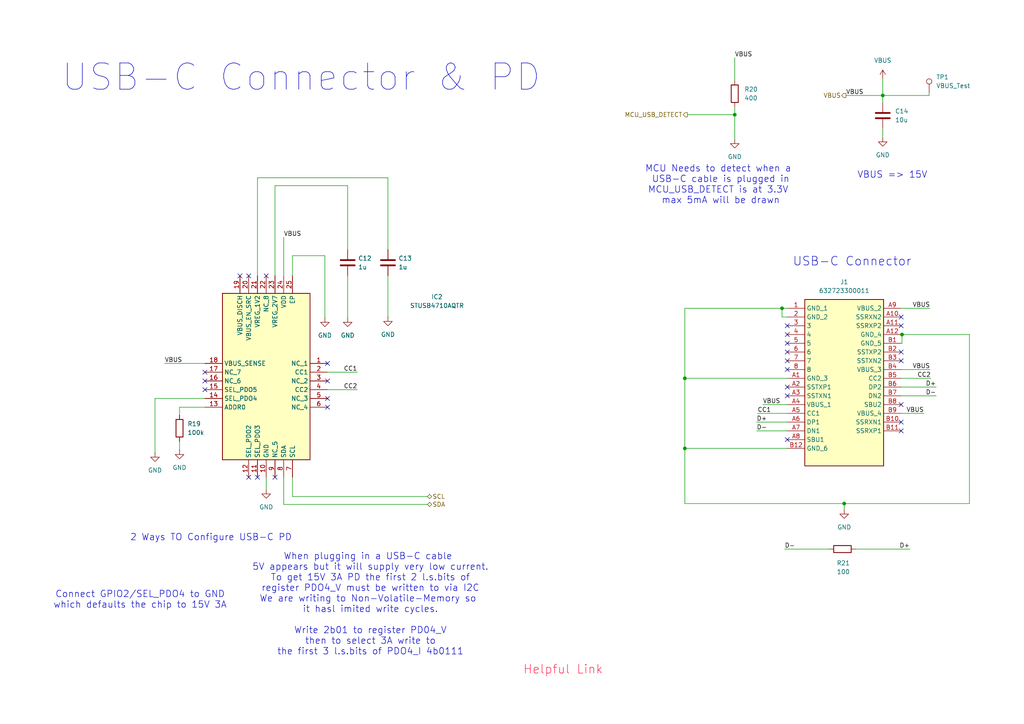
<source format=kicad_sch>
(kicad_sch (version 20231120) (generator "eeschema") (generator_version "8.0")
  (paper "A4")
  (lib_symbols
    (symbol "Connector:TestPoint" (pin_numbers hide) (pin_names (offset 0.762) hide)
      (property "Reference" "TP" (at 0 6.858 0))
      (property "Value" "TestPoint" (at 0 5.08 0))
      (symbol "TestPoint_0_1"
        (circle (center 0 3.302) (radius 0.762))
      )
      (symbol "TestPoint_1_1"
        (pin passive line (at 0 0 90) (length 2.54) (name "1") (number "1"))
      )
    )
    (symbol "Device:C" (pin_numbers hide) (pin_names (offset 0.254))
      (property "Reference" "C" (at 0.635 2.54 0))
      (property "Value" "C" (at 0.635 -2.54 0))
      (symbol "C_0_1"
        (polyline (pts (xy -2.032 -0.762) (xy 2.032 -0.762)) (stroke (width 0.508)))
        (polyline (pts (xy -2.032 0.762) (xy 2.032 0.762)) (stroke (width 0.508)))
      )
      (symbol "C_1_1"
        (pin passive line (at 0 3.81 270) (length 2.794) (name "~") (number "1"))
        (pin passive line (at 0 -3.81 90) (length 2.794) (name "~") (number "2"))
      )
    )
    (symbol "Device:R" (pin_numbers hide) (pin_names (offset 0))
      (property "Reference" "R" (at 2.032 0 90))
      (property "Value" "R" (at 0 0 90))
      (symbol "R_0_1"
        (rectangle (start -1.016 -2.54) (end 1.016 2.54) (stroke (width 0.254)))
      )
      (symbol "R_1_1"
        (pin passive line (at 0 3.81 270) (length 1.27) (name "~") (number "1"))
        (pin passive line (at 0 -3.81 90) (length 1.27) (name "~") (number "2"))
      )
    )
    (symbol "STUSB4710AQTR:STUSB4710AQTR"
      (property "Reference" "IC" (at 31.75 25.4 0))
      (property "Value" "STUSB4710AQTR" (at 31.75 22.86 0))
      (symbol "STUSB4710AQTR_1_1"
        (rectangle (start 5.08 20.32) (end 30.48 -27.94) (stroke (width 0.254)) (fill (type background)))
        (pin passive line (at 0 0 0) (length 5.08) (name "NC_1") (number "1"))
        (pin passive line (at 17.78 -33.02 90) (length 5.08) (name "GND") (number "10"))
        (pin passive line (at 20.32 -33.02 90) (length 5.08) (name "SEL_PDO3") (number "11"))
        (pin passive line (at 22.86 -33.02 90) (length 5.08) (name "SEL_PDO2") (number "12"))
        (pin passive line (at 35.56 -12.7 180) (length 5.08) (name "ADDR0") (number "13"))
        (pin passive line (at 35.56 -10.16 180) (length 5.08) (name "SEL_PDO4") (number "14"))
        (pin passive line (at 35.56 -7.62 180) (length 5.08) (name "SEL_PDO5") (number "15"))
        (pin passive line (at 35.56 -5.08 180) (length 5.08) (name "NC_6") (number "16"))
        (pin passive line (at 35.56 -2.54 180) (length 5.08) (name "NC_7") (number "17"))
        (pin passive line (at 35.56 0 180) (length 5.08) (name "VBUS_SENSE") (number "18"))
        (pin passive line (at 25.4 25.4 270) (length 5.08) (name "VBUS_DISCH") (number "19"))
        (pin passive line (at 0 -2.54 0) (length 5.08) (name "CC1") (number "2"))
        (pin passive line (at 22.86 25.4 270) (length 5.08) (name "VBUS_EN_SRC") (number "20"))
        (pin passive line (at 20.32 25.4 270) (length 5.08) (name "VREG_1V2") (number "21"))
        (pin passive line (at 17.78 25.4 270) (length 5.08) (name "NC_8") (number "22"))
        (pin passive line (at 15.24 25.4 270) (length 5.08) (name "VREG_2V7") (number "23"))
        (pin passive line (at 12.7 25.4 270) (length 5.08) (name "VDD") (number "24"))
        (pin passive line (at 10.16 25.4 270) (length 5.08) (name "EP") (number "25"))
        (pin passive line (at 0 -5.08 0) (length 5.08) (name "NC_2") (number "3"))
        (pin passive line (at 0 -7.62 0) (length 5.08) (name "CC2") (number "4"))
        (pin passive line (at 0 -10.16 0) (length 5.08) (name "NC_3") (number "5"))
        (pin passive line (at 0 -12.7 0) (length 5.08) (name "NC_4") (number "6"))
        (pin passive line (at 10.16 -33.02 90) (length 5.08) (name "SCL") (number "7"))
        (pin passive line (at 12.7 -33.02 90) (length 5.08) (name "SDA") (number "8"))
        (pin passive line (at 15.24 -33.02 90) (length 5.08) (name "NC_5") (number "9"))
      )
    )
    (symbol "USB-C Connector 632723300011:632723300011"
      (property "Reference" "J" (at 29.21 7.62 0))
      (property "Value" "632723300011" (at 29.21 5.08 0))
      (symbol "632723300011_1_1"
        (rectangle (start 5.08 2.54) (end 27.94 -45.72) (stroke (width 0.254)) (fill (type background)))
        (pin passive line (at 0 0 0) (length 5.08) (name "GND_1") (number "1"))
        (pin passive line (at 0 -2.54 0) (length 5.08) (name "GND_2") (number "2"))
        (pin passive line (at 0 -5.08 0) (length 5.08) (name "3") (number "3"))
        (pin passive line (at 0 -7.62 0) (length 5.08) (name "4") (number "4"))
        (pin passive line (at 0 -10.16 0) (length 5.08) (name "5") (number "5"))
        (pin passive line (at 0 -12.7 0) (length 5.08) (name "6") (number "6"))
        (pin passive line (at 0 -15.24 0) (length 5.08) (name "7") (number "7"))
        (pin passive line (at 0 -17.78 0) (length 5.08) (name "8") (number "8"))
        (pin passive line (at 0 -20.32 0) (length 5.08) (name "GND_3") (number "A1"))
        (pin passive line (at 33.02 -2.54 180) (length 5.08) (name "SSRXN2") (number "A10"))
        (pin passive line (at 33.02 -5.08 180) (length 5.08) (name "SSRXP2") (number "A11"))
        (pin passive line (at 33.02 -7.62 180) (length 5.08) (name "GND_4") (number "A12"))
        (pin passive line (at 0 -22.86 0) (length 5.08) (name "SSTXP1") (number "A2"))
        (pin passive line (at 0 -25.4 0) (length 5.08) (name "SSTXN1") (number "A3"))
        (pin passive line (at 0 -27.94 0) (length 5.08) (name "VBUS_1") (number "A4"))
        (pin passive line (at 0 -30.48 0) (length 5.08) (name "CC1") (number "A5"))
        (pin passive line (at 0 -33.02 0) (length 5.08) (name "DP1") (number "A6"))
        (pin passive line (at 0 -35.56 0) (length 5.08) (name "DN1") (number "A7"))
        (pin passive line (at 0 -38.1 0) (length 5.08) (name "SBU1") (number "A8"))
        (pin passive line (at 33.02 0 180) (length 5.08) (name "VBUS_2") (number "A9"))
        (pin passive line (at 33.02 -10.16 180) (length 5.08) (name "GND_5") (number "B1"))
        (pin passive line (at 33.02 -33.02 180) (length 5.08) (name "SSRXN1") (number "B10"))
        (pin passive line (at 33.02 -35.56 180) (length 5.08) (name "SSRXP1") (number "B11"))
        (pin passive line (at 0 -40.64 0) (length 5.08) (name "GND_6") (number "B12"))
        (pin passive line (at 33.02 -12.7 180) (length 5.08) (name "SSTXP2") (number "B2"))
        (pin passive line (at 33.02 -15.24 180) (length 5.08) (name "SSTXN2") (number "B3"))
        (pin passive line (at 33.02 -17.78 180) (length 5.08) (name "VBUS_3") (number "B4"))
        (pin passive line (at 33.02 -20.32 180) (length 5.08) (name "CC2") (number "B5"))
        (pin passive line (at 33.02 -22.86 180) (length 5.08) (name "DP2") (number "B6"))
        (pin passive line (at 33.02 -25.4 180) (length 5.08) (name "DN2") (number "B7"))
        (pin passive line (at 33.02 -27.94 180) (length 5.08) (name "SBU2") (number "B8"))
        (pin passive line (at 33.02 -30.48 180) (length 5.08) (name "VBUS_4") (number "B9"))
      )
    )
    (symbol "power:GND" (power) (pin_numbers hide) (pin_names (offset 0) hide)
      (property "Value" "GND" (at 0 -3.81 0))
      (symbol "GND_0_1"
        (polyline (pts (xy 0 0) (xy 0 -1.27) (xy 1.27 -1.27) (xy 0 -2.54) (xy -1.27 -1.27) (xy 0 -1.27)))
      )
      (symbol "GND_1_1"
        (pin power_in line (at 0 0 270) (length 0) (name "~") (number "1"))
      )
    )
    (symbol "power:VPP" (power) (pin_numbers hide) (pin_names (offset 0) hide)
      (property "Value" "VPP" (at 0 3.556 0))
      (symbol "VPP_0_1"
        (polyline (pts (xy -0.762 1.27) (xy 0 2.54)))
        (polyline (pts (xy 0 0) (xy 0 2.54)))
        (polyline (pts (xy 0 2.54) (xy 0.762 1.27)))
      )
      (symbol "VPP_1_1"
        (pin power_in line (at 0 0 90) (length 0) (name "~") (number "1"))
      )
    )
  )
  (junction (at 244.856 146.05))
  (junction (at 198.628 109.728))
  (junction (at 256.032 27.686))
  (junction (at 261.62 97.028))
  (junction (at 226.822 89.408))
  (junction (at 198.628 130.048))
  (junction (at 213.106 33.274))
  (no_connect (at 228.346 102.108))
  (no_connect (at 228.346 107.188))
  (no_connect (at 228.346 99.568))
  (no_connect (at 228.346 104.648))
  (no_connect (at 72.136 80.01))
  (no_connect (at 261.366 91.948))
  (no_connect (at 74.676 138.43))
  (no_connect (at 59.436 107.95))
  (no_connect (at 261.366 117.348))
  (no_connect (at 261.366 94.488))
  (no_connect (at 94.996 118.11))
  (no_connect (at 228.346 112.268))
  (no_connect (at 228.346 97.028))
  (no_connect (at 94.996 110.49))
  (no_connect (at 228.346 114.808))
  (no_connect (at 72.136 138.43))
  (no_connect (at 94.996 115.57))
  (no_connect (at 261.366 102.108))
  (no_connect (at 59.436 110.49))
  (no_connect (at 261.366 104.648))
  (no_connect (at 69.596 80.01))
  (no_connect (at 228.346 127.508))
  (no_connect (at 59.436 113.03))
  (no_connect (at 261.366 122.428))
  (no_connect (at 79.756 138.43))
  (no_connect (at 94.996 105.41))
  (no_connect (at 228.346 94.488))
  (no_connect (at 261.366 124.968))
  (no_connect (at 77.216 80.01))
  (wire (pts (xy 213.106 33.274) (xy 213.106 40.386)))
  (wire (pts (xy 227.584 159.258) (xy 240.538 159.258)))
  (wire (pts (xy 84.836 144.018) (xy 123.952 144.018)))
  (wire (pts (xy 261.366 112.268) (xy 271.526 112.268)))
  (wire (pts (xy 261.366 114.808) (xy 271.526 114.808)))
  (wire (pts (xy 219.456 122.428) (xy 228.346 122.428)))
  (wire (pts (xy 261.62 97.028) (xy 281.178 97.028)))
  (wire (pts (xy 59.436 118.11) (xy 52.07 118.11)))
  (wire (pts (xy 213.106 16.764) (xy 213.106 23.368)))
  (wire (pts (xy 256.032 29.718) (xy 256.032 27.686)))
  (wire (pts (xy 52.07 128.016) (xy 52.07 130.556)))
  (wire (pts (xy 77.216 138.43) (xy 77.216 141.986)))
  (wire (pts (xy 44.958 115.57) (xy 59.436 115.57)))
  (wire (pts (xy 82.296 68.834) (xy 82.296 80.01)))
  (wire (pts (xy 198.628 109.728) (xy 198.628 130.048)))
  (wire (pts (xy 82.296 138.43) (xy 82.296 146.304)))
  (wire (pts (xy 281.178 146.05) (xy 281.178 97.028)))
  (wire (pts (xy 100.838 53.848) (xy 100.838 72.39)))
  (wire (pts (xy 79.756 53.848) (xy 100.838 53.848)))
  (wire (pts (xy 74.676 80.01) (xy 74.676 51.562)))
  (wire (pts (xy 256.032 22.86) (xy 256.032 27.686)))
  (wire (pts (xy 112.522 80.01) (xy 112.522 91.948)))
  (wire (pts (xy 100.838 80.01) (xy 100.838 92.202)))
  (wire (pts (xy 198.628 109.728) (xy 228.346 109.728)))
  (wire (pts (xy 198.628 130.048) (xy 228.346 130.048)))
  (wire (pts (xy 221.234 117.348) (xy 228.346 117.348)))
  (wire (pts (xy 228.346 89.408) (xy 226.822 89.408)))
  (wire (pts (xy 79.756 53.848) (xy 79.756 80.01)))
  (wire (pts (xy 261.366 107.188) (xy 269.748 107.188)))
  (wire (pts (xy 94.996 107.95) (xy 103.632 107.95)))
  (wire (pts (xy 245.364 27.686) (xy 256.032 27.686)))
  (wire (pts (xy 52.07 118.11) (xy 52.07 120.396)))
  (wire (pts (xy 82.296 146.304) (xy 123.952 146.304)))
  (wire (pts (xy 261.366 119.888) (xy 267.97 119.888)))
  (wire (pts (xy 248.158 159.258) (xy 263.906 159.258)))
  (wire (pts (xy 256.032 27.686) (xy 269.494 27.686)))
  (wire (pts (xy 261.366 97.028) (xy 261.62 97.028)))
  (wire (pts (xy 47.752 105.41) (xy 59.436 105.41)))
  (wire (pts (xy 244.856 146.05) (xy 281.178 146.05)))
  (wire (pts (xy 94.996 113.03) (xy 103.632 113.03)))
  (wire (pts (xy 84.836 80.01) (xy 84.836 74.168)))
  (wire (pts (xy 74.676 51.562) (xy 112.522 51.562)))
  (wire (pts (xy 261.62 97.028) (xy 261.62 99.568)))
  (wire (pts (xy 261.366 89.408) (xy 269.748 89.408)))
  (wire (pts (xy 198.628 130.048) (xy 198.628 146.05)))
  (wire (pts (xy 199.39 33.274) (xy 213.106 33.274)))
  (wire (pts (xy 198.628 146.05) (xy 244.856 146.05)))
  (wire (pts (xy 244.856 146.05) (xy 244.856 147.828)))
  (wire (pts (xy 228.346 119.888) (xy 219.71 119.888)))
  (wire (pts (xy 112.522 51.562) (xy 112.522 72.39)))
  (wire (pts (xy 44.958 131.318) (xy 44.958 115.57)))
  (wire (pts (xy 84.836 74.168) (xy 94.234 74.168)))
  (wire (pts (xy 84.836 138.43) (xy 84.836 144.018)))
  (wire (pts (xy 94.234 74.168) (xy 94.234 92.202)))
  (wire (pts (xy 226.822 89.408) (xy 198.628 89.408)))
  (wire (pts (xy 256.032 37.338) (xy 256.032 39.878)))
  (wire (pts (xy 213.106 30.988) (xy 213.106 33.274)))
  (wire (pts (xy 261.366 109.728) (xy 270.002 109.728)))
  (wire (pts (xy 198.628 89.408) (xy 198.628 109.728)))
  (wire (pts (xy 261.366 99.568) (xy 261.62 99.568)))
  (wire (pts (xy 228.346 91.948) (xy 226.822 91.948)))
  (wire (pts (xy 226.822 89.408) (xy 226.822 91.948)))
  (wire (pts (xy 269.494 27.686) (xy 269.494 26.924)))
  (wire (pts (xy 219.456 124.968) (xy 228.346 124.968)))
  (text "USB-C Connector & PD" (at 87.376 22.606 0) (effects (font (size 7.62 7.62))))
  (text "USB-C Connector" (at 247.142 75.946 0) (effects (font (size 2.54 2.54))))
  (text "When plugging in a USB-C cable \n5V appears but it will supply very low current.\nTo get 15V 3A PD the first 2 l.s.bits of\nregister PDO4_V must be written to via I2C\nWe are writing to Non-Volatile-Memory so \nit hasl imited write cycles.\n\nWrite 2b01 to register PD04_V\nthen to select 3A write to\nthe first 3 l.s.bits of PDO4_I 4b0111" (at 107.442 175.26 0) (effects (font (size 1.905 1.905))))
  (text "VBUS => 15V" (at 258.826 50.8 0) (effects (font (size 1.905 1.905))))
  (text "2 Ways TO Configure USB-C PD" (at 61.214 155.956 0) (effects (font (size 1.905 1.905))))
  (text "Helpful Link" (at 163.322 194.31 0) (effects (font (size 2.54 2.54))))
  (text "MCU Needs to detect when a \nUSB-C cable is plugged in\nMCU_USB_DETECT is at 3.3V \nmax 5mA will be drawn" (at 209.042 53.594 0) (effects (font (size 1.905 1.905))))
  (text "Connect GPIO2/SEL_PDO4 to GND\nwhich defaults the chip to 15V 3A" (at 40.64 173.99 0) (effects (font (size 1.905 1.905))))
  (label "VBUS" (at 269.748 107.188 180))
  (label "D-" (at 227.584 159.258 0))
  (label "CC2" (at 270.002 109.728 180))
  (label "VBUS" (at 267.97 119.888 180))
  (label "VBUS" (at 47.752 105.41 0))
  (label "VBUS" (at 82.296 68.834 0))
  (label "D-" (at 219.456 124.968 0))
  (label "VBUS" (at 269.748 89.408 180))
  (label "VBUS" (at 221.234 117.348 0))
  (label "CC2" (at 103.632 113.03 180))
  (label "CC1" (at 219.71 119.888 0))
  (label "CC1" (at 103.632 107.95 180))
  (label "D-" (at 271.526 114.808 180))
  (label "D+" (at 271.526 112.268 180))
  (label "VBUS" (at 213.106 16.764 0))
  (label "D+" (at 263.906 159.258 180))
  (label "VBUS" (at 245.364 27.686 0))
  (label "D+" (at 219.456 122.428 0))
  (hierarchical_label "MCU_USB_DETECT" (shape output) (at 199.39 33.274 180))
  (hierarchical_label "SDA" (shape bidirectional) (at 123.952 146.304 0))
  (hierarchical_label "VBUS" (shape output) (at 245.364 27.686 180))
  (hierarchical_label "SCL" (shape bidirectional) (at 123.952 144.018 0))
  (symbol (lib_id "power:GND") (at 94.234 92.202 0) (unit 1)
    (property "Reference" "#PWR016" (effects (hide yes)))
    (property "Value" "GND" (at 94.234 97.282 0))
    (property "Description" "Power symbol creates a global label with name \"GND\" , ground" (effects (hide yes)))
  )
  (symbol (lib_id "power:GND") (at 52.07 130.556 0) (unit 1)
    (property "Reference" "#PWR014" (effects (hide yes)))
    (property "Value" "GND" (at 52.07 135.636 0))
    (property "Description" "Power symbol creates a global label with name \"GND\" , ground" (effects (hide yes)))
  )
  (symbol (lib_id "STUSB4710AQTR:STUSB4710AQTR") (at 94.996 105.41 0) (mirror y) (unit 1)
    (property "Reference" "IC2" (at 126.746 86.106 0))
    (property "Value" "STUSB4710AQTR" (at 126.746 88.646 0))
    (property "Footprint" "QFN50P400X400X100-25N-D" (effects (hide yes)))
    (property "Datasheet" "https://componentsearchengine.com/Datasheets/2/STUSB4710AQTR.pdf" (effects (hide yes)))
    (property "Description" "Super Speed PD Controller 5V/9V/12V/15V/18V/24V T/R 24-Pin QFN EP" (effects (hide yes)))
    (property "Height" "1" (effects (hide yes)))
    (property "Mouser Part Number" "511-STUSB4710AQTR" (effects (hide yes)))
    (property "Mouser Price/Stock" "https://www.mouser.co.uk/ProductDetail/STMicroelectronics/STUSB4710AQTR?qs=5aG0NVq1C4wVNxSN779IoQ%3D%3D" (effects (hide yes)))
    (property "Manufacturer_Name" "STMicroelectronics" (effects (hide yes)))
    (property "Manufacturer_Part_Number" "STUSB4710AQTR" (effects (hide yes)))
  )
  (symbol (lib_id "power:GND") (at 112.522 91.948 0) (unit 1)
    (property "Reference" "#PWR018" (effects (hide yes)))
    (property "Value" "GND" (at 112.522 97.028 0))
    (property "Description" "Power symbol creates a global label with name \"GND\" , ground" (effects (hide yes)))
  )
  (symbol (lib_id "power:GND") (at 44.958 131.318 0) (unit 1)
    (property "Reference" "#PWR013" (effects (hide yes)))
    (property "Value" "GND" (at 44.958 136.398 0))
    (property "Description" "Power symbol creates a global label with name \"GND\" , ground" (effects (hide yes)))
  )
  (symbol (lib_id "USB-C Connector 632723300011:632723300011") (at 228.346 89.408 0) (unit 1)
    (property "Reference" "J1" (at 244.856 81.788 0))
    (property "Value" "632723300011" (at 244.856 84.328 0))
    (property "Footprint" "632723300011" (effects (hide yes)))
    (property "Datasheet" "http://katalog.we-online.de/em/datasheet/632723x00011.pdf" (effects (hide yes)))
    (property "Description" "USB Connectors WR-COM USB3.1 Type C SuperSpeed+ Rcpt" (effects (hide yes)))
    (property "Height" "2" (effects (hide yes)))
    (property "Manufacturer_Name" "Wurth Elektronik" (effects (hide yes)))
    (property "Manufacturer_Part_Number" "632723300011" (effects (hide yes)))
  )
  (symbol (lib_id "power:GND") (at 77.216 141.986 0) (unit 1)
    (property "Reference" "#PWR015" (effects (hide yes)))
    (property "Value" "GND" (at 77.216 147.066 0))
    (property "Description" "Power symbol creates a global label with name \"GND\" , ground" (effects (hide yes)))
  )
  (symbol (lib_id "Device:C") (at 256.032 33.528 0) (unit 1)
    (property "Reference" "C14" (at 259.588 32.2579 0) (effects (justify left)))
    (property "Value" "10u" (at 259.588 34.7979 0) (effects (justify left)))
    (property "Description" "Unpolarized capacitor" (effects (hide yes)))
  )
  (symbol (lib_id "power:GND") (at 256.032 39.878 0) (unit 1)
    (property "Reference" "#PWR022" (effects (hide yes)))
    (property "Value" "GND" (at 256.032 44.958 0))
    (property "Description" "Power symbol creates a global label with name \"GND\" , ground" (effects (hide yes)))
  )
  (symbol (lib_id "Device:R") (at 213.106 27.178 0) (unit 1)
    (property "Reference" "R20" (at 215.9 25.9079 0) (effects (justify left)))
    (property "Value" "400" (at 215.9 28.4479 0) (effects (justify left)))
    (property "Description" "Resistor" (effects (hide yes)))
  )
  (symbol (lib_id "Device:C") (at 112.522 76.2 0) (unit 1)
    (property "Reference" "C13" (at 115.57 74.9299 0) (effects (justify left)))
    (property "Value" "1u" (at 115.57 77.4699 0) (effects (justify left)))
    (property "Description" "Unpolarized capacitor" (effects (hide yes)))
  )
  (symbol (lib_id "power:GND") (at 100.838 92.202 0) (unit 1)
    (property "Reference" "#PWR017" (effects (hide yes)))
    (property "Value" "GND" (at 100.838 97.282 0))
    (property "Description" "Power symbol creates a global label with name \"GND\" , ground" (effects (hide yes)))
  )
  (symbol (lib_id "Device:R") (at 52.07 124.206 0) (unit 1)
    (property "Reference" "R19" (at 54.356 122.9359 0) (effects (justify left)))
    (property "Value" "100k" (at 54.356 125.4759 0) (effects (justify left)))
    (property "Description" "Resistor" (effects (hide yes)))
  )
  (symbol (lib_id "power:GND") (at 244.856 147.828 0) (unit 1)
    (property "Reference" "#PWR020" (effects (hide yes)))
    (property "Value" "GND" (at 244.856 152.908 0))
    (property "Description" "Power symbol creates a global label with name \"GND\" , ground" (effects (hide yes)))
  )
  (symbol (lib_id "power:VPP") (at 256.032 22.86 0) (unit 1)
    (property "Reference" "#PWR021" (effects (hide yes)))
    (property "Value" "VBUS" (at 256.032 17.526 0))
    (property "Description" "Power symbol creates a global label with name \"VPP\"" (effects (hide yes)))
  )
  (symbol (lib_id "Connector:TestPoint") (at 269.494 26.924 0) (unit 1)
    (property "Reference" "TP1" (at 271.526 22.3519 0) (effects (justify left)))
    (property "Value" "VBUS_Test" (at 271.526 24.8919 0) (effects (justify left)))
    (property "Footprint" "TestPoint:TestPoint_Pad_D4.0mm" (effects (hide yes)))
    (property "Description" "test point" (effects (hide yes)))
  )
  (symbol (lib_id "Device:R") (at 244.348 159.258 90) (unit 1)
    (property "Reference" "R21" (at 244.602 163.322 90))
    (property "Value" "100" (at 244.602 165.862 90))
    (property "Description" "Resistor" (effects (hide yes)))
  )
  (symbol (lib_id "power:GND") (at 213.106 40.386 0) (unit 1)
    (property "Reference" "#PWR019" (effects (hide yes)))
    (property "Value" "GND" (at 213.106 45.466 0))
    (property "Description" "Power symbol creates a global label with name \"GND\" , ground" (effects (hide yes)))
  )
  (symbol (lib_id "Device:C") (at 100.838 76.2 0) (unit 1)
    (property "Reference" "C12" (at 103.886 74.9299 0) (effects (justify left)))
    (property "Value" "1u" (at 103.886 77.4699 0) (effects (justify left)))
    (property "Description" "Unpolarized capacitor" (effects (hide yes)))
  )
)
</source>
